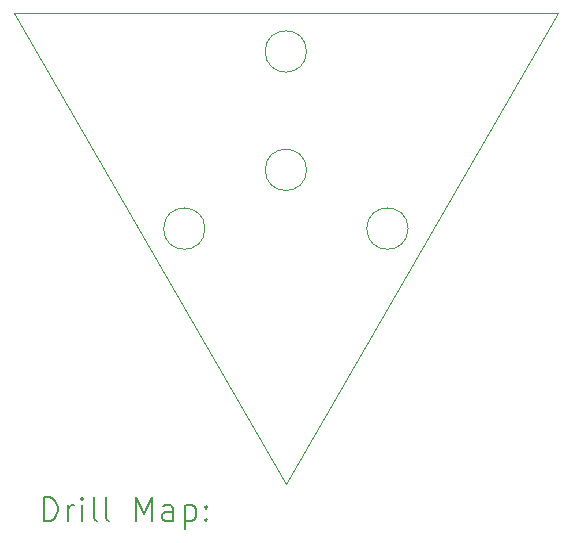
<source format=gbr>
%TF.GenerationSoftware,KiCad,Pcbnew,6.0.11-2627ca5db0~126~ubuntu22.04.1*%
%TF.CreationDate,2023-11-05T13:23:17+01:00*%
%TF.ProjectId,powerBase,706f7765-7242-4617-9365-2e6b69636164,rev?*%
%TF.SameCoordinates,Original*%
%TF.FileFunction,Drillmap*%
%TF.FilePolarity,Positive*%
%FSLAX45Y45*%
G04 Gerber Fmt 4.5, Leading zero omitted, Abs format (unit mm)*
G04 Created by KiCad (PCBNEW 6.0.11-2627ca5db0~126~ubuntu22.04.1) date 2023-11-05 13:23:17*
%MOMM*%
%LPD*%
G01*
G04 APERTURE LIST*
%ADD10C,0.100000*%
%ADD11C,0.200000*%
G04 APERTURE END LIST*
D10*
X12725000Y-6425000D02*
G75*
G03*
X12725000Y-6425000I-175000J0D01*
G01*
X13585000Y-7925000D02*
G75*
G03*
X13585000Y-7925000I-175000J0D01*
G01*
X12725000Y-7427500D02*
G75*
G03*
X12725000Y-7427500I-175000J0D01*
G01*
X14850000Y-6100000D02*
X10250000Y-6100000D01*
X12550000Y-10085000D02*
X10250000Y-6100000D01*
X11865000Y-7925000D02*
G75*
G03*
X11865000Y-7925000I-175000J0D01*
G01*
X14850000Y-6100000D02*
X12550000Y-10085000D01*
D11*
X10502619Y-10400476D02*
X10502619Y-10200476D01*
X10550238Y-10200476D01*
X10578810Y-10210000D01*
X10597857Y-10229048D01*
X10607381Y-10248095D01*
X10616905Y-10286190D01*
X10616905Y-10314762D01*
X10607381Y-10352857D01*
X10597857Y-10371905D01*
X10578810Y-10390952D01*
X10550238Y-10400476D01*
X10502619Y-10400476D01*
X10702619Y-10400476D02*
X10702619Y-10267143D01*
X10702619Y-10305238D02*
X10712143Y-10286190D01*
X10721667Y-10276667D01*
X10740714Y-10267143D01*
X10759762Y-10267143D01*
X10826429Y-10400476D02*
X10826429Y-10267143D01*
X10826429Y-10200476D02*
X10816905Y-10210000D01*
X10826429Y-10219524D01*
X10835952Y-10210000D01*
X10826429Y-10200476D01*
X10826429Y-10219524D01*
X10950238Y-10400476D02*
X10931190Y-10390952D01*
X10921667Y-10371905D01*
X10921667Y-10200476D01*
X11055000Y-10400476D02*
X11035952Y-10390952D01*
X11026429Y-10371905D01*
X11026429Y-10200476D01*
X11283571Y-10400476D02*
X11283571Y-10200476D01*
X11350238Y-10343333D01*
X11416905Y-10200476D01*
X11416905Y-10400476D01*
X11597857Y-10400476D02*
X11597857Y-10295714D01*
X11588333Y-10276667D01*
X11569286Y-10267143D01*
X11531190Y-10267143D01*
X11512143Y-10276667D01*
X11597857Y-10390952D02*
X11578809Y-10400476D01*
X11531190Y-10400476D01*
X11512143Y-10390952D01*
X11502619Y-10371905D01*
X11502619Y-10352857D01*
X11512143Y-10333810D01*
X11531190Y-10324286D01*
X11578809Y-10324286D01*
X11597857Y-10314762D01*
X11693095Y-10267143D02*
X11693095Y-10467143D01*
X11693095Y-10276667D02*
X11712143Y-10267143D01*
X11750238Y-10267143D01*
X11769286Y-10276667D01*
X11778809Y-10286190D01*
X11788333Y-10305238D01*
X11788333Y-10362381D01*
X11778809Y-10381429D01*
X11769286Y-10390952D01*
X11750238Y-10400476D01*
X11712143Y-10400476D01*
X11693095Y-10390952D01*
X11874048Y-10381429D02*
X11883571Y-10390952D01*
X11874048Y-10400476D01*
X11864524Y-10390952D01*
X11874048Y-10381429D01*
X11874048Y-10400476D01*
X11874048Y-10276667D02*
X11883571Y-10286190D01*
X11874048Y-10295714D01*
X11864524Y-10286190D01*
X11874048Y-10276667D01*
X11874048Y-10295714D01*
M02*

</source>
